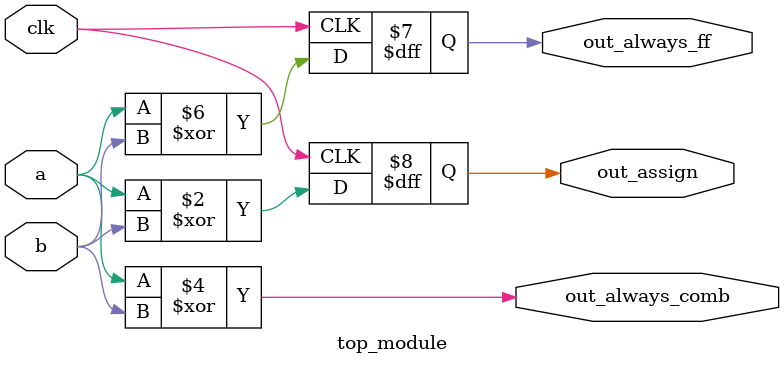
<source format=v>
module top_module(
    input clk,
    input a,
    input b,
    output wire out_assign,
    output reg out_always_comb,
    output reg out_always_ff   );

    // Assign statement
    always @(posedge clk) begin
        out_assign = a ^ b;
    end

    // Combinational always block
    always @(a or b) begin
        out_always_comb = a ^ b;
    end

    // Clocked always block
    always @(posedge clk) begin
        out_always_ff <= a ^ b;
    end

endmodule
</source>
